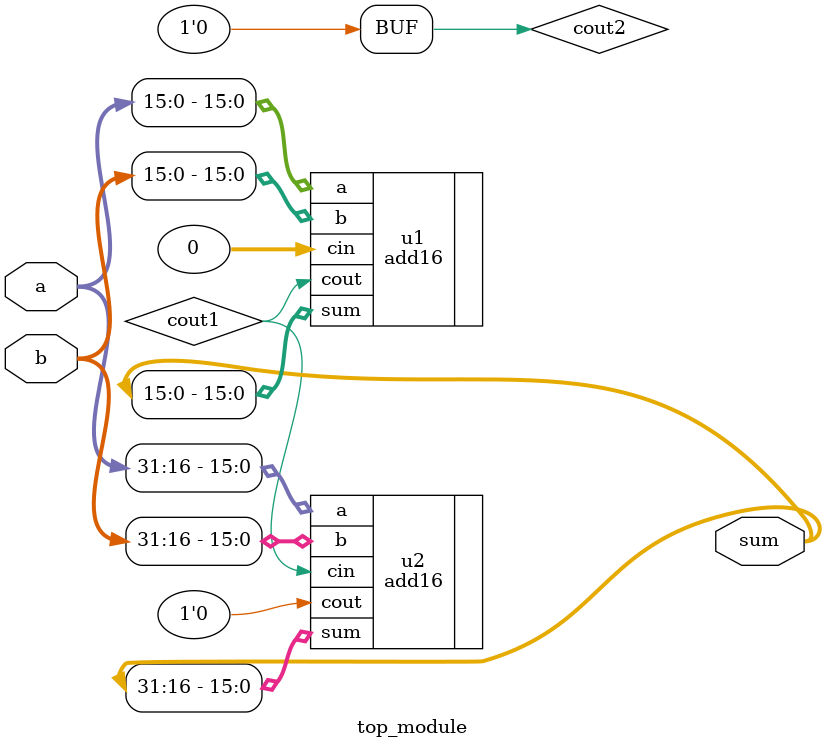
<source format=v>
module top_module(
    input [31:0] a,
    input [31:0] b,
    output [31:0] sum
);
    wire cout1, cout2 = 0;
    add16 u1 (.a(a[15:0]), .b(b[15:0]), .cin(0), .sum(sum[15:0]), .cout(cout1));
    add16 u2 (.a(a[31:16]), .b(b[31:16]), .cin(cout1), .sum(sum[31:16]), .cout(cout2));

endmodule

</source>
